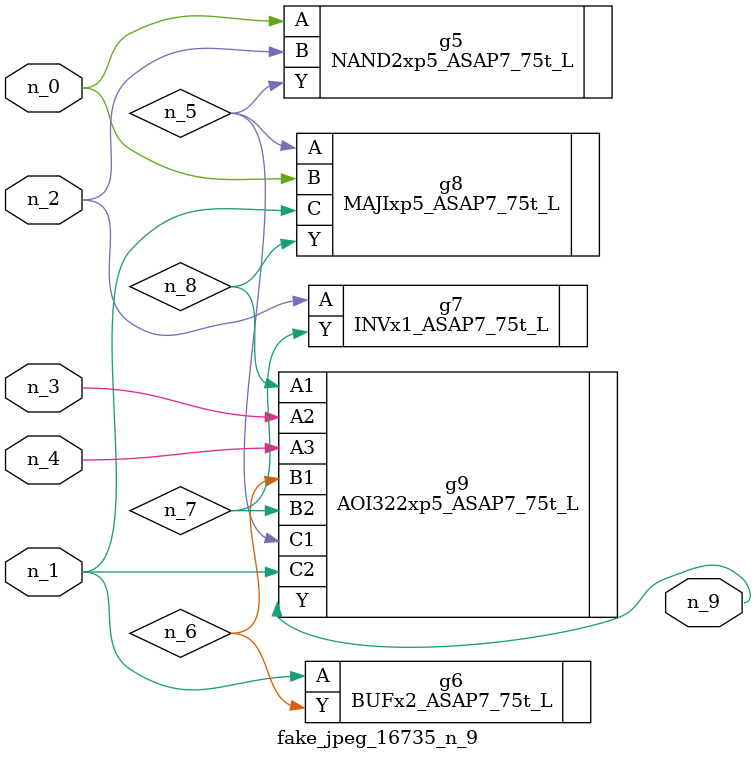
<source format=v>
module fake_jpeg_16735_n_9 (n_3, n_2, n_1, n_0, n_4, n_9);

input n_3;
input n_2;
input n_1;
input n_0;
input n_4;

output n_9;

wire n_8;
wire n_6;
wire n_5;
wire n_7;

NAND2xp5_ASAP7_75t_L g5 ( 
.A(n_0),
.B(n_2),
.Y(n_5)
);

BUFx2_ASAP7_75t_L g6 ( 
.A(n_1),
.Y(n_6)
);

INVx1_ASAP7_75t_L g7 ( 
.A(n_2),
.Y(n_7)
);

MAJIxp5_ASAP7_75t_L g8 ( 
.A(n_5),
.B(n_0),
.C(n_1),
.Y(n_8)
);

AOI322xp5_ASAP7_75t_L g9 ( 
.A1(n_8),
.A2(n_3),
.A3(n_4),
.B1(n_6),
.B2(n_7),
.C1(n_5),
.C2(n_1),
.Y(n_9)
);


endmodule
</source>
